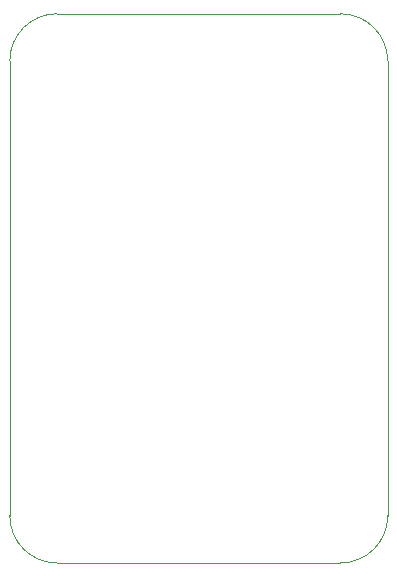
<source format=gbr>
%TF.GenerationSoftware,KiCad,Pcbnew,9.0.2*%
%TF.CreationDate,2025-06-04T19:43:54+07:00*%
%TF.ProjectId,Wheelspeed New,57686565-6c73-4706-9565-64204e65772e,rev?*%
%TF.SameCoordinates,Original*%
%TF.FileFunction,Profile,NP*%
%FSLAX46Y46*%
G04 Gerber Fmt 4.6, Leading zero omitted, Abs format (unit mm)*
G04 Created by KiCad (PCBNEW 9.0.2) date 2025-06-04 19:43:54*
%MOMM*%
%LPD*%
G01*
G04 APERTURE LIST*
%TA.AperFunction,Profile*%
%ADD10C,0.050000*%
%TD*%
G04 APERTURE END LIST*
D10*
X99000000Y-106000000D02*
X99000000Y-144500000D01*
X131000000Y-144500000D02*
X131000000Y-106000000D01*
X127000000Y-102000000D02*
G75*
G02*
X131000000Y-106000000I0J-4000000D01*
G01*
X131000000Y-144500000D02*
G75*
G02*
X127000000Y-148500000I-4000000J0D01*
G01*
X127000000Y-102000000D02*
X103000000Y-102000000D01*
X103000000Y-148500000D02*
X127000000Y-148500000D01*
X99000000Y-106000000D02*
G75*
G02*
X103000000Y-102000000I4000000J0D01*
G01*
X103000000Y-148500000D02*
G75*
G02*
X99000000Y-144500000I0J4000000D01*
G01*
M02*

</source>
